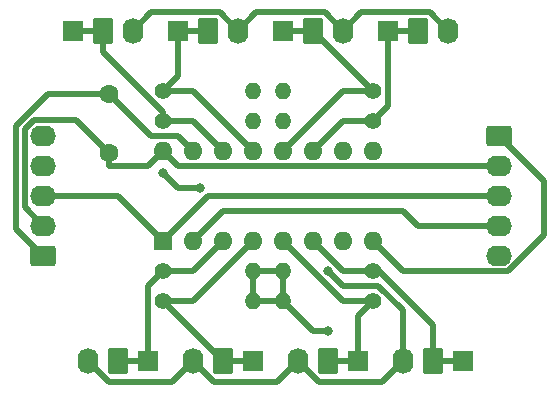
<source format=gtl>
G04 #@! TF.GenerationSoftware,KiCad,Pcbnew,7.0.1*
G04 #@! TF.CreationDate,2023-07-05T13:56:38-05:00*
G04 #@! TF.ProjectId,shift in breakout board,73686966-7420-4696-9e20-627265616b6f,rev?*
G04 #@! TF.SameCoordinates,Original*
G04 #@! TF.FileFunction,Copper,L1,Top*
G04 #@! TF.FilePolarity,Positive*
%FSLAX46Y46*%
G04 Gerber Fmt 4.6, Leading zero omitted, Abs format (unit mm)*
G04 Created by KiCad (PCBNEW 7.0.1) date 2023-07-05 13:56:38*
%MOMM*%
%LPD*%
G01*
G04 APERTURE LIST*
G04 Aperture macros list*
%AMRoundRect*
0 Rectangle with rounded corners*
0 $1 Rounding radius*
0 $2 $3 $4 $5 $6 $7 $8 $9 X,Y pos of 4 corners*
0 Add a 4 corners polygon primitive as box body*
4,1,4,$2,$3,$4,$5,$6,$7,$8,$9,$2,$3,0*
0 Add four circle primitives for the rounded corners*
1,1,$1+$1,$2,$3*
1,1,$1+$1,$4,$5*
1,1,$1+$1,$6,$7*
1,1,$1+$1,$8,$9*
0 Add four rect primitives between the rounded corners*
20,1,$1+$1,$2,$3,$4,$5,0*
20,1,$1+$1,$4,$5,$6,$7,0*
20,1,$1+$1,$6,$7,$8,$9,0*
20,1,$1+$1,$8,$9,$2,$3,0*%
G04 Aperture macros list end*
G04 #@! TA.AperFunction,ComponentPad*
%ADD10R,1.700000X1.700000*%
G04 #@! TD*
G04 #@! TA.AperFunction,ComponentPad*
%ADD11RoundRect,0.250000X0.620000X0.845000X-0.620000X0.845000X-0.620000X-0.845000X0.620000X-0.845000X0*%
G04 #@! TD*
G04 #@! TA.AperFunction,ComponentPad*
%ADD12O,1.740000X2.190000*%
G04 #@! TD*
G04 #@! TA.AperFunction,ComponentPad*
%ADD13C,1.400000*%
G04 #@! TD*
G04 #@! TA.AperFunction,ComponentPad*
%ADD14O,1.400000X1.400000*%
G04 #@! TD*
G04 #@! TA.AperFunction,ComponentPad*
%ADD15RoundRect,0.250000X-0.620000X-0.845000X0.620000X-0.845000X0.620000X0.845000X-0.620000X0.845000X0*%
G04 #@! TD*
G04 #@! TA.AperFunction,ComponentPad*
%ADD16RoundRect,0.250000X-0.845000X0.620000X-0.845000X-0.620000X0.845000X-0.620000X0.845000X0.620000X0*%
G04 #@! TD*
G04 #@! TA.AperFunction,ComponentPad*
%ADD17O,2.190000X1.740000*%
G04 #@! TD*
G04 #@! TA.AperFunction,ComponentPad*
%ADD18RoundRect,0.250000X0.845000X-0.620000X0.845000X0.620000X-0.845000X0.620000X-0.845000X-0.620000X0*%
G04 #@! TD*
G04 #@! TA.AperFunction,ComponentPad*
%ADD19C,1.600000*%
G04 #@! TD*
G04 #@! TA.AperFunction,ComponentPad*
%ADD20R,1.600000X1.600000*%
G04 #@! TD*
G04 #@! TA.AperFunction,ComponentPad*
%ADD21O,1.600000X1.600000*%
G04 #@! TD*
G04 #@! TA.AperFunction,ViaPad*
%ADD22C,0.800000*%
G04 #@! TD*
G04 #@! TA.AperFunction,Conductor*
%ADD23C,0.500000*%
G04 #@! TD*
G04 APERTURE END LIST*
D10*
X195580000Y-86360000D03*
D11*
X166370000Y-86360000D03*
D12*
X163830000Y-86360000D03*
D13*
X170180000Y-63500000D03*
D14*
X177800000Y-63500000D03*
D13*
X170180000Y-78740000D03*
D14*
X177800000Y-78740000D03*
D15*
X182880000Y-58420000D03*
D12*
X185420000Y-58420000D03*
D13*
X170180000Y-81280000D03*
D14*
X177800000Y-81280000D03*
D11*
X193040000Y-86360000D03*
D12*
X190500000Y-86360000D03*
D10*
X168910000Y-86360000D03*
D15*
X165100000Y-58420000D03*
D12*
X167640000Y-58420000D03*
D11*
X175260000Y-86360000D03*
D12*
X172720000Y-86360000D03*
D13*
X187960000Y-81280000D03*
D14*
X180340000Y-81280000D03*
D10*
X171450000Y-58420000D03*
D11*
X184150000Y-86360000D03*
D12*
X181610000Y-86360000D03*
D10*
X177800000Y-86360000D03*
D13*
X170180000Y-66040000D03*
D14*
X177800000Y-66040000D03*
D10*
X186690000Y-86360000D03*
D13*
X187960000Y-63500000D03*
D14*
X180340000Y-63500000D03*
D16*
X198628000Y-67310000D03*
D17*
X198628000Y-69850000D03*
X198628000Y-72390000D03*
X198628000Y-74930000D03*
X198628000Y-77470000D03*
D10*
X189230000Y-58420000D03*
X162560000Y-58420000D03*
D15*
X173990000Y-58420000D03*
D12*
X176530000Y-58420000D03*
D13*
X187960000Y-78740000D03*
D14*
X180340000Y-78740000D03*
D18*
X160020000Y-77470000D03*
D17*
X160020000Y-74930000D03*
X160020000Y-72390000D03*
X160020000Y-69850000D03*
X160020000Y-67310000D03*
D13*
X187960000Y-66040000D03*
D14*
X180340000Y-66040000D03*
D19*
X165608000Y-68754000D03*
X165608000Y-63754000D03*
D10*
X180340000Y-58420000D03*
D15*
X191770000Y-58420000D03*
D12*
X194310000Y-58420000D03*
D20*
X170180000Y-76200000D03*
D21*
X172720000Y-76200000D03*
X175260000Y-76200000D03*
X177800000Y-76200000D03*
X180340000Y-76200000D03*
X182880000Y-76200000D03*
X185420000Y-76200000D03*
X187960000Y-76200000D03*
X187960000Y-68580000D03*
X185420000Y-68580000D03*
X182880000Y-68580000D03*
X180340000Y-68580000D03*
X177800000Y-68580000D03*
X175260000Y-68580000D03*
X172720000Y-68580000D03*
X170180000Y-68580000D03*
D22*
X170180000Y-70485000D03*
X173355000Y-71755000D03*
X184150000Y-83820000D03*
X184150000Y-78740000D03*
D23*
X157775000Y-75225000D02*
X157775000Y-66473288D01*
X157775000Y-66473288D02*
X160494288Y-63754000D01*
X202438000Y-71120000D02*
X198628000Y-67310000D01*
X160020000Y-77470000D02*
X157775000Y-75225000D01*
X190550000Y-78790000D02*
X199399762Y-78790000D01*
X202438000Y-75751762D02*
X202438000Y-71120000D01*
X172720000Y-68580000D02*
X171450000Y-67310000D01*
X160494288Y-63754000D02*
X165608000Y-63754000D01*
X199399762Y-78790000D02*
X202438000Y-75751762D01*
X187960000Y-76200000D02*
X190550000Y-78790000D01*
X171450000Y-67310000D02*
X169164000Y-67310000D01*
X165608000Y-63754000D02*
X169164000Y-67310000D01*
X166370000Y-72390000D02*
X170180000Y-76200000D01*
X170180000Y-76200000D02*
X173990000Y-72390000D01*
X160020000Y-72390000D02*
X166370000Y-72390000D01*
X173990000Y-72390000D02*
X198628000Y-72390000D01*
X191770000Y-74930000D02*
X198628000Y-74930000D01*
X172720000Y-76200000D02*
X175260000Y-73660000D01*
X175260000Y-73660000D02*
X190500000Y-73660000D01*
X190500000Y-73660000D02*
X191770000Y-74930000D01*
X162844000Y-65990000D02*
X165608000Y-68754000D01*
X159248238Y-65990000D02*
X162844000Y-65990000D01*
X158475000Y-73385000D02*
X158475000Y-66763238D01*
X171450000Y-71755000D02*
X170180000Y-70485000D01*
X170180000Y-68580000D02*
X168910000Y-69850000D01*
X170180000Y-68580000D02*
X171450000Y-69850000D01*
X173355000Y-71755000D02*
X171450000Y-71755000D01*
X165608000Y-69850000D02*
X165608000Y-68754000D01*
X168910000Y-69850000D02*
X165608000Y-69850000D01*
X160020000Y-74930000D02*
X158475000Y-73385000D01*
X158475000Y-66763238D02*
X159248238Y-65990000D01*
X171450000Y-69850000D02*
X198628000Y-69850000D01*
X182880000Y-83820000D02*
X180340000Y-81280000D01*
X184150000Y-83820000D02*
X182880000Y-83820000D01*
X177800000Y-78740000D02*
X180340000Y-78740000D01*
X180340000Y-78740000D02*
X180340000Y-81280000D01*
X180340000Y-81280000D02*
X177800000Y-81280000D01*
X177800000Y-78740000D02*
X177800000Y-81280000D01*
X172720000Y-86360000D02*
X170942000Y-88138000D01*
X183388000Y-88138000D02*
X181610000Y-86360000D01*
X174498000Y-88138000D02*
X172720000Y-86360000D01*
X192765000Y-56875000D02*
X194310000Y-58420000D01*
X176530000Y-58420000D02*
X178075000Y-56875000D01*
X185420000Y-58420000D02*
X186965000Y-56875000D01*
X183875000Y-56875000D02*
X185420000Y-58420000D01*
X181610000Y-86360000D02*
X179832000Y-88138000D01*
X178075000Y-56875000D02*
X183875000Y-56875000D01*
X174985000Y-56875000D02*
X176530000Y-58420000D01*
X186965000Y-56875000D02*
X192765000Y-56875000D01*
X170942000Y-88138000D02*
X165608000Y-88138000D01*
X167640000Y-58420000D02*
X169185000Y-56875000D01*
X165608000Y-88138000D02*
X163830000Y-86360000D01*
X184150000Y-78740000D02*
X185420000Y-80010000D01*
X179832000Y-88138000D02*
X174498000Y-88138000D01*
X190500000Y-86360000D02*
X188722000Y-88138000D01*
X169185000Y-56875000D02*
X174985000Y-56875000D01*
X190500000Y-82079216D02*
X190500000Y-86360000D01*
X188722000Y-88138000D02*
X183388000Y-88138000D01*
X185420000Y-80010000D02*
X188430784Y-80010000D01*
X188430784Y-80010000D02*
X190500000Y-82079216D01*
X189230000Y-58420000D02*
X189230000Y-64770000D01*
X189230000Y-58420000D02*
X191770000Y-58420000D01*
X189230000Y-64770000D02*
X187960000Y-66040000D01*
X185420000Y-66040000D02*
X182880000Y-68580000D01*
X187960000Y-66040000D02*
X185420000Y-66040000D01*
X182880000Y-58420000D02*
X187960000Y-63500000D01*
X185420000Y-63500000D02*
X180340000Y-68580000D01*
X187960000Y-63500000D02*
X185420000Y-63500000D01*
X180340000Y-58420000D02*
X182880000Y-58420000D01*
X170180000Y-63500000D02*
X172720000Y-63500000D01*
X171450000Y-58420000D02*
X171450000Y-62230000D01*
X171450000Y-62230000D02*
X170180000Y-63500000D01*
X171450000Y-58420000D02*
X173990000Y-58420000D01*
X172720000Y-63500000D02*
X177800000Y-68580000D01*
X165100000Y-60198000D02*
X170180000Y-65278000D01*
X172720000Y-66040000D02*
X175260000Y-68580000D01*
X170180000Y-65278000D02*
X170180000Y-66040000D01*
X170180000Y-66040000D02*
X172720000Y-66040000D01*
X165100000Y-58420000D02*
X165100000Y-60198000D01*
X162560000Y-58420000D02*
X165100000Y-58420000D01*
X172720000Y-78740000D02*
X175260000Y-76200000D01*
X170180000Y-78740000D02*
X172720000Y-78740000D01*
X166370000Y-86360000D02*
X168910000Y-86360000D01*
X168910000Y-80010000D02*
X168910000Y-86360000D01*
X170180000Y-78740000D02*
X168910000Y-80010000D01*
X175260000Y-86360000D02*
X170180000Y-81280000D01*
X177800000Y-76200000D02*
X172720000Y-81280000D01*
X175260000Y-86360000D02*
X177800000Y-86360000D01*
X172720000Y-81280000D02*
X170180000Y-81280000D01*
X186690000Y-82550000D02*
X187960000Y-81280000D01*
X186690000Y-86360000D02*
X186690000Y-82550000D01*
X184150000Y-86360000D02*
X186690000Y-86360000D01*
X185420000Y-81280000D02*
X187960000Y-81280000D01*
X180340000Y-76200000D02*
X185420000Y-81280000D01*
X185420000Y-78740000D02*
X182880000Y-76200000D01*
X193040000Y-86360000D02*
X193040000Y-83312000D01*
X188468000Y-78740000D02*
X187960000Y-78740000D01*
X193040000Y-86360000D02*
X195580000Y-86360000D01*
X193040000Y-83312000D02*
X188468000Y-78740000D01*
X187960000Y-78740000D02*
X185420000Y-78740000D01*
M02*

</source>
